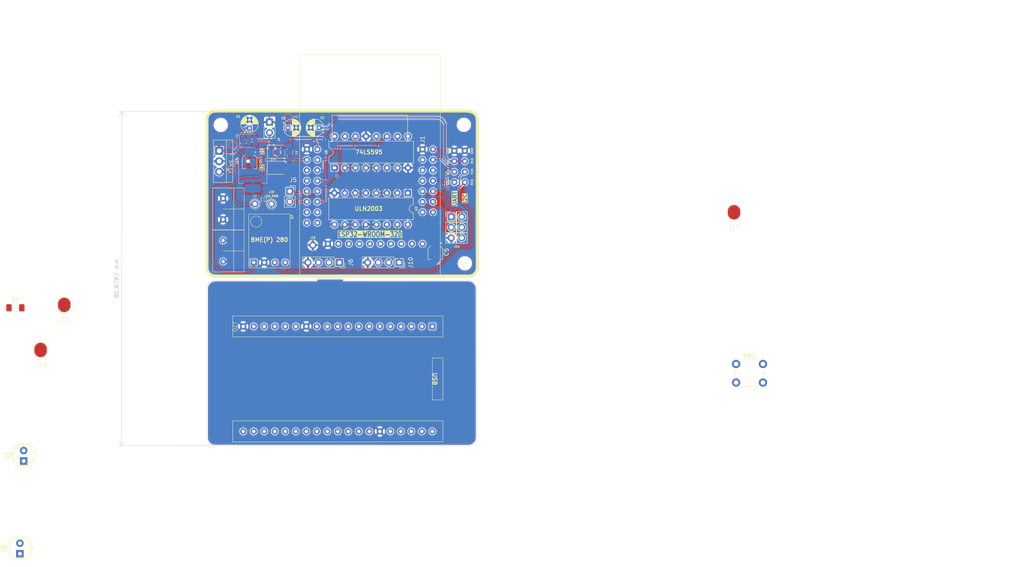
<source format=kicad_pcb>
(kicad_pcb (version 20240108) (generator "pcbnew") (generator_version "8.0")
  (layers (0 "F.Cu" signal) (31 "B.Cu" signal) (34 "B.Paste" user) (35 "F.Paste" user) (36 "B.SilkS" user "B.Silkscreen") (37 "F.SilkS" user "F.Silkscreen") (38 "B.Mask" user) (39 "F.Mask" user) (44 "Edge.Cuts" user))
  (net 0 "")
  (net 1 "GND")
  (net 2 "+3V3")
  (net 3 "+5V")
  (net 4 "/RXD")
  (net 5 "/TXD")
  (net 6 "/SDA")
  (net 7 "/OUT2")
  (net 8 "/SCL")
  (net 9 "/OUT1")
  (net 10 "/EN")
  (net 11 "/SOURCE2")
  (net 12 "/SOURCE1")
  (net 13 "/SOURCE3")
  (net 14 "/VDC")
  (net 15 "/DAC1")
  (net 16 "/DAC2")
  (net 17 "/GPIO13")
  (net 18 "/GPIO19")
  (net 19 "/GPIO17")
  (net 20 "/GPIO5")
  (net 21 "/GPIO18")
  (net 22 "/GPIO36")
  (net 23 "/ADC2_CH3")
  (net 24 "/SD_DATA1")
  (net 25 "/SD_DATA2")
  (net 26 "/SD_CLK")
  (net 27 "/SD_CMD")
  (net 28 "/SD_DATA3")
  (net 29 "/ADC2_CH0")
  (net 30 "/GPIO23")
  (net 31 "/SD_DATA0")
  (net 32 "/ADC2_CH2")
  (net 33 "/BOOT")
  (net 34 "/GPIO39")
  (net 35 "/SOURCE4")
  (net 36 "/SOURCE5")
  (net 37 "/SIPO_DATA")
  (net 38 "/SIPO_CLK")
  (net 40 "/SIPO_LATCH")
  (net 41 "/GPIO14")
  (net 43 "/I3")
  (net 44 "/I6")
  (net 45 "/I7")
  (net 46 "/I5")
  (net 47 "/OUT3")
  (net 48 "/VIN")
  (net 49 "/I1")
  (net 52 "Net-(D5-Pad1)")
  (net 53 "Net-(J15-Pin_1)")
  (net 54 "Net-(J19-Pin_1)")
  (net 55 "/GPIO_33")
  (footprint "Capacitor_THT:CP_Radial_D4.0mm_P2.00mm" (layer "F.Cu") (at 107 44.2 180)
    (property "Reference" "C2")
    (property "Value" "1uF")
  )
  (footprint "LED_SMD:LED_1210_3225Metric_Pad1.42x2.65mm_HandSolder" (layer "F.Cu") (at 96.9525 53.9)
    (property "Reference" "D2")
    (property "Value" "STATUS")
  )
  (footprint "Capacitor_SMD:CP_Elec_3x5.3" (layer "F.Cu") (at 90.2 52.3 -90)
    (property "Reference" "C4")
    (property "Value" "0.1uF")
  )
  (footprint "Resistor_SMD:R_1206_3216Metric_Pad1.30x1.75mm_HandSolder" (layer "F.Cu") (at 33.612 87.7585)
    (property "Reference" "R7")
    (property "Value" "4K7")
  )
  (footprint "LED_THT:LED_D5.0mm" (layer "F.Cu") (at 34.7 147.25 90)
    (property "Reference" "D6")
    (property "Value" "LED_STATUS")
  )
  (footprint "Button_Switch_THT:SW_PUSH_6mm" (layer "F.Cu") (at 207.8 101.35)
    (property "Reference" "SW1")
    (property "Value" "SW_Push")
  )
  (footprint "Alexander Footprint Library:Pad_1x01_P2.54_SMD" (layer "F.Cu") (at 39.712 102.098)
    (property "Reference" "J19")
    (property "Value" "LED_PWR")
  )
  (footprint "Alexander Footprints Library:ESP32-WROOM-Adapter-Socket-2" (layer "F.Cu") (at 119.3 57.04)
    (property "Reference" "J1")
    (property "Value" "~")
  )
  (footprint "Alexander Footprint Library:Pad_1x01_P2.54_SMD" (layer "F.Cu") (at 45.412 91.198)
    (property "Reference" "J15")
    (property "Value" "LED_PWR")
  )
  (footprint "MountingHole:MountingHole_3mm" (layer "F.Cu") (at 142 43.5)
    (property "Reference" "H1" (hide yes))
    (property "Value" "MountingHole_Pad")
  )
  (footprint "MountingHole:MountingHole_3mm" (layer "F.Cu") (at 83.25 43.53)
    (property "Reference" "H2" (hide yes))
    (property "Value" "MountingHole_Pad")
  )
  (footprint "Package_DIP:DIP-16_W7.62mm" (layer "F.Cu") (at 128.475 60 -90)
    (property "Reference" "U3")
    (property "Value" "ULN2003")
  )
  (footprint "Alexander Footprint Library:Conn_ESP32_WROOM-DevKit-38pins" (layer "F.Cu") (at 86.14 92.27 -90)
    (property "Reference" "J20")
    (property "Value" "~")
  )
  (footprint "Alexander Footprints Library:Conn_Terminal_5mm" (layer "F.Cu") (at 83.82 53.69)
    (property "Reference" "J9" (hide yes))
    (property "Value" "Conn_01x02_Socket")
  )
  (footprint "Alexander Footprint Library:Pad_1x01_P2.54_SMD" (layer "F.Cu") (at 207.3 68.7895)
    (property "Reference" "J17")
    (property "Value" "GND")
  )
  (footprint "Package_DIP:DIP-16_W7.62mm" (layer "F.Cu") (at 110.725 53.9 90)
    (property "Reference" "U5")
    (property "Value" "74LS595")
  )
  (footprint "Alexander Footprint Library:PinSocket_1x01_P2.54" (layer "F.Cu") (at 91.5 65.19)
    (property "Reference" "J7")
    (property "Value" "LED_PWR")
  )
  (footprint "Connector_PinSocket_2.54mm:PinSocket_1x02_P2.54mm_Vertical" (layer "F.Cu") (at 95.025 42.85)
    (property "Reference" "J2")
    (property "Value" "PWR")
  )
  (footprint "Connector_PinSocket_2.54mm:PinSocket_1x04_P2.54mm_Vertical" (layer "F.Cu") (at 111.94 76.8 -90)
    (property "Reference" "J6")
    (property "Value" "SOURCE")
  )
  (footprint "Connector_PinSocket_2.54mm:PinSocket_1x04_P2.54mm_Vertical" (layer "F.Cu") (at 126.38 76.8 -90)
    (property "Reference" "J10")
    (property "Value" "ADC")
  )
  (footprint "Capacitor_SMD:CP_Elec_3x5.3" (layer "F.Cu") (at 135.1 74.3 -90)
    (property "Reference" "C5")
    (property "Value" "0.1uF")
  )
  (footprint "Capacitor_THT:CP_Radial_D4.0mm_P2.00mm" (layer "F.Cu") (at 99.5 44.2)
    (property "Reference" "C3")
    (property "Value" "1uF")
  )
  (footprint "Alexander Footprint Library:PinSocket_1x01_P2.54" (layer "F.Cu") (at 95.5 65.19)
    (property "Reference" "J18")
    (property "Value" "LED_PWR")
  )
  (footprint "Connector_PinSocket_2.54mm:PinSocket_1x02_P2.54mm_Vertical" (layer "F.Cu") (at 99.925 59.55)
    (property "Reference" "J5")
    (property "Value" "DAC")
  )
  (footprint "Alexander Footprint Library:CONN_2x3" (layer "F.Cu") (at 138.96 60.68)
    (property "Reference" "J14")
    (property "Value" "GPIO")
  )
  (footprint "Alexander Footprints Library:Conn_UART" (layer "F.Cu") (at 139.7 42.15)
    (property "Reference" "J3" (hide yes))
    (property "Value" "UART")
  )
  (footprint "Alexander Footprint Library:PinSocket_1x01_P2.54" (layer "F.Cu") (at 105.5 75.19)
    (property "Reference" "J16")
    (property "Value" "GND")
  )
  (footprint "Capacitor_THT:CP_Radial_D4.0mm_P2.00mm" (layer "F.Cu") (at 90.2 44.3 90)
    (property "Reference" "C1")
    (property "Value" "1uF")
  )
  (footprint "Alexander Footprint Library:BME280_BMP280_I2C" (layer "F.Cu") (at 90 78.1 90)
    (property "Reference" "U7")
    (property "Value" "BME(P)280")
  )
  (footprint "Alexander Footprints Library:LD1117" (layer "F.Cu") (at 82.855 49.77 -90)
    (property "Reference" "U4")
    (property "Value" "L7805")
  )
  (footprint "Alexander Footprints Library:Conn_I2C" (layer "F.Cu") (at 142.24 42.15)
    (property "Reference" "J4" (hide yes))
    (property "Value" "I2C")
  )
  (footprint "LED_THT:LED_D5.0mm" (layer "F.Cu") (at 35.612 124.8335 90)
    (property "Reference" "D5")
    (property "Value" "LED_PWR")
  )
  (footprint "LED_SMD:LED_1210_3225Metric_Pad1.42x2.65mm_HandSolder" (layer "F.Cu") (at 97 50)
    (property "Reference" "D1")
    (property "Value" "PWR")
  )
  (footprint "MountingHole:MountingHole_3mm" (layer "F.Cu") (at 142.25 77)
    (property "Reference" "H4" (hide yes))
    (property "Value" "MountingHole_Pad")
  )
  (footprint "Alexander Footprints Library:Conn_Terminal_5mm" (layer "F.Cu") (at 83.82 63.85)
    (property "Reference" "J8" (hide yes))
    (property "Value" "Conn_01x02_Socket")
  )
  (footprint "TestPoint:TestPoint_Pad_D1.5mm" (layer "B.Cu") (at 99.5 41.75 180)
    (property "Reference" "TP4")
    (property "Value" "5V")
  )
  (footprint "TestPoint:TestPoint_Pad_D1.5mm" (layer "B.Cu") (at 96.8 50.15 180)
    (property "Reference" "TP3")
    (property "Value" "3V3")
  )
  (footprint "Resistor_SMD:R_1206_3216Metric_Pad1.30x1.75mm_HandSolder" (layer "B.Cu") (at 99.7 50.25 -90)
    (property "Reference" "R1")
    (property "Value" "10K")
  )
  (footprint "Diode_SMD:D_1210_3225Metric" (layer "B.Cu") (at 90.1 47.4)
    (property "Reference" "D4")
    (property "Value" "D")
  )
  (footprint "TestPoint:TestPoint_Pad_D1.5mm" (layer "B.Cu") (at 86.2 48.45 180)
    (property "Reference" "TP1")
    (property "Value" "VIN")
  )
  (footprint "TestPoint:TestPoint_Pad_D1.5mm" (layer "B.Cu") (at 85.9 54.15 180)
    (property "Reference" "TP2")
    (property "Value" "GND")
  )
  (footprint "Package_TO_SOT_SMD:SOT-223-3_TabPin2" (layer "B.Cu") (at 91 55.75 -90)
    (property "Reference" "U1")
    (property "Value" "MAX1726EUK33")
  )
  (gr_line (start 145.25 42.11421) (end 145.25 78.085782) (stroke (width 0.75)) (layer "F.SilkS"))
  (gr_line (start 81.914218 40.164218) (end 143.08579 40.164218) (stroke (width 0.75)) (layer "F.SilkS"))
  (gr_arc (start 145.25 78.085782) (mid 144.66422 79.500007) (end 143.25 80.085782) (stroke (width 0.75)) (layer "F.SilkS"))
  (gr_line (start 79.914218 42.11421) (end 79.914218 78.085782) (stroke (width 0.75)) (layer "F.SilkS"))
  (gr_arc (start 81.914218 80.085782) (mid 80.499999 79.500001) (end 79.914218 78.085782) (stroke (width 0.75)) (layer "F.SilkS"))
  (gr_arc (start 143.25 40.25) (mid 144.664214 40.835786) (end 145.25 42.25) (stroke (width 0.75)) (layer "F.SilkS"))
  (gr_arc (start 79.914218 42.164218) (mid 80.499999 40.749999) (end 81.914218 40.164218) (stroke (width 0.75)) (layer "F.SilkS"))
  (gr_line (start 81.914214 80.085782) (end 143.085786 80.085782) (stroke (width 0.75)) (layer "F.SilkS"))
  (gr_line (start 82.014214 80.235786) (end 106.4 80.25) (stroke (width 0.1)) (layer "Edge.Cuts"))
  (gr_line (start 80 42.25) (end 80.014214 78.235786) (stroke (width 0.1)) (layer "Edge.Cuts"))
  (gr_arc (start 79.921321 83.157107) (mid 80.507106 81.742896) (end 81.921321 81.157107) (stroke (width 0.1)) (layer "Edge.Cuts"))
  (gr_line (start 81.921321 121.128679) (end 143.107107 121.142893) (stroke (width 0.1)) (layer "Edge.Cuts"))
  (gr_arc (start 81.921321 121.128679) (mid 80.507101 120.542899) (end 79.921321 119.128679) (stroke (width 0.1)) (layer "Edge.Cuts"))
  (gr_line (start 143.092893 81.157107) (end 113 81.15) (stroke (width 0.1)) (layer "Edge.Cuts"))
  (gr_arc (start 145.107107 119.142893) (mid 144.521321 120.557107) (end 143.107107 121.142893) (stroke (width 0.1)) (layer "Edge.Cuts"))
  (gr_line (start 106.4 81.15) (end 81.921321 81.157107) (stroke (width 0.1)) (layer "Edge.Cuts"))
  (gr_arc (start 143.185786 40.264214) (mid 144.600004 40.849996) (end 145.185786 42.264214) (stroke (width 0.1)) (layer "Edge.Cuts"))
  (gr_line (start 113 80.25) (end 143.185786 80.235786) (stroke (width 0.1)) (layer "Edge.Cuts"))
  (gr_arc (start 82.014214 80.235786) (mid 80.599996 79.650004) (end 80.014214 78.235786) (stroke (width 0.1)) (layer "Edge.Cuts"))
  (gr_line (start 145.185786 42.264214) (end 145.185786 78.235786) (stroke (width 0.1)) (layer "Edge.Cuts"))
  (gr_arc (start 80 42.25) (mid 80.585786 40.835786) (end 82 40.25) (stroke (width 0.1)) (layer "Edge.Cuts"))
  (gr_line (start 145.107107 119.142893) (end 145.092893 83.157107) (stroke (width 0.1)) (layer "Edge.Cuts"))
  (gr_line (start 79.921321 119.128679) (end 79.921321 83.157107) (stroke (width 0.1)) (layer "Edge.Cuts"))
  (gr_line (start 106.4 81.15) (end 106.4 80.25) (stroke (width 0.1)) (layer "Edge.Cuts"))
  (gr_arc (start 145.185786 78.235786) (mid 144.600004 79.650004) (end 143.185786 80.235786) (stroke (width 0.1)) (layer "Edge.Cuts"))
  (gr_arc (start 143.092893 81.157107) (mid 144.507112 81.742888) (end 145.092893 83.157107) (stroke (width 0.1)) (layer "Edge.Cuts"))
  (gr_line (start 113 81.15) (end 113 80.25) (stroke (width 0.1)) (layer "Edge.Cuts"))
  (gr_line (start 143.185786 40.264214) (end 82 40.25) (stroke (width 0.1)) (layer "Edge.Cuts"))
  (gr_text "74LS595" (at 119.057143 50.1 0) (layer "F.SilkS") (effects (font (size 1 1) (thickness 0.2) (bold yes))))
  (gr_text "ULN2003" (at 115.5 64.374 0) (layer "F.SilkS") (effects (font (size 1 1) (thickness 0.2) (bold yes)) (justify left bottom)))
  (dimension (type aligned) (layer "Edge.Cuts") (pts (xy 81.921321 121.128679) (xy 82 40.25)) (height -22.6907) (gr_text "80.8787 mm" (at 58.119973 80.666146 89.94426182) (layer "Edge.Cuts") (effects (font (size 1 1) (thickness 0.15)))) (format (prefix "") (suffix "") (units 3) (units_format 1) (precision 4)) (style (thickness 0.1) (arrow_length 1.27) (text_position_mode 0) (extension_height 0.58642) (extension_offset 0.5) keep_text_aligned))
  (segment (start 84.21 66) (end 83.82 66.39) (width 0.5) (layer "F.Cu") (net 1))
  (segment (start 101.5 48.103553) (end 101.5 49.573223) (width 0.25) (layer "F.Cu") (net 2))
  (segment (start 105.575735 47.25) (end 102.353553 47.25) (width 0.25) (layer "F.Cu") (net 2))
  (segment (start 106.6 48.274264) (end 106.6 49.42) (width 0.25) (layer "F.Cu") (net 2))
  (segment (start 138.021593 51.871593) (end 137.93 51.78) (width 0.5) (layer "F.Cu") (net 2))
  (segment (start 108.946446 44.2) (end 107 44.2) (width 0.5) (layer "F.Cu") (net 2))
  (segment (start 109.8 43.346446) (end 109.8 43.15) (width 0.5) (layer "F.Cu") (net 2))
  (segment (start 137.4 50.500466) (end 137.4 43.627817) (width 0.5) (layer "F.Cu") (net 2))
  (segment (start 101.073223 50) (end 98.4875 50) (width 0.25) (layer "F.Cu") (net 2))
  (segment (start 139.08 52.31) (end 139.7 52.31) (width 0.5) (layer "F.Cu") (net 2))
  (segment (start 110.188908 42.211091) (end 110.225 42.175) (width 0.5) (layer "F.Cu") (net 2))
  (segment (start 135.522182 41.75) (end 111.25104 41.75) (width 0.5) (layer "F.Cu") (net 2))
  (arc (start 106.3 47.55) (mid 105.967704 47.327967) (end 105.575735 47.25) (width 0.25) (layer "F.Cu") (net 2))
  (arc (start 101.5 49.573223) (mid 101.467513 49.736543) (end 101.375 49.875) (width 0.25) (layer "F.Cu") (net 2))
  (arc (start 111.25104 41.75) (mid 110.695751 41.860453) (end 110.225 42.175) (width 0.5) (layer "F.Cu") (net 2))
  (arc (start 110.188908 42.211091) (mid 109.901073 42.641866) (end 109.8 43.15) (width 0.5) (layer "F.Cu") (net 2))
  (arc (start 138.021593 51.871593) (mid 138.507194 52.196061) (end 139.08 52.31) (width 0.5) (layer "F.Cu") (net 2))
  (arc (start 102.353553 47.25) (mid 102.026912 47.314972) (end 101.75 47.5) (width 0.25) (layer "F.Cu") (net 2))
  (arc (start 109.8 43.346446) (mid 109.735027 43.673087) (end 109.55 43.95) (width 0.5) (layer "F.Cu") (net 2))
  (arc (start 106.3 47.55) (mid 106.522032 47.882295) (end 106.6 48.274264) (width 0.25) (layer "F.Cu") (net 2))
  (arc (start 109.55 43.95) (mid 109.273087 44.135027) (end 108.946446 44.2) (width 0.5) (layer "F.Cu") (net 2))
  (arc (start 136.85 42.3) (mid 137.257059 42.909207) (end 137.4 43.627817) (width 0.5) (layer "F.Cu") (net 2))
  (arc (start 101.75 47.5) (mid 101.564972 47.776912) (end 101.5 48.103553) (width 0.25) (layer "F.Cu") (net 2))
  (arc (start 101.375 49.875) (mid 101.236543 49.967513) (end 101.073223 50) (width 0.25) (layer "F.Cu") (net 2))
  (arc (start 137.4 50.500466) (mid 137.537742 51.192944) (end 137.93 51.78) (width 0.5) (layer "F.Cu") (net 2))
  (arc (start 136.85 42.3) (mid 136.240792 41.89294) (end 135.522182 41.75) (width 0.5) (layer "F.Cu") (net 2))
  (segment (start 96.075 48.7) (end 97.525 48.7) (width 0.5) (layer "B.Cu") (net 2))
  (segment (start 109.408578 44.2) (end 107 44.2) (width 0.5) (layer "B.Cu") (net 2))
  (segment (start 81.3 75.997918) (end 81.3 59.75104) (width 0.5) (layer "B.Cu") (net 2))
  (segment (start 93.3 54.905025) (end 93.3 52.6) (width 0.5) (layer "B.Cu") (net 2))
  (segment (start 100 48.7) (end 100 48.03033) (width 0.5) (layer "B.Cu") (net 2))
  (segment (start 139.13 52.31) (end 139.7 52.31) (width 0.5) (layer "B.Cu") (net 2))
  (segment (start 138.156949 51.906949) (end 138.03 51.78) (width 0.5) (layer "B.Cu") (net 2))
  (segment (start 106.6 48.627817) (end 106.6 49.299791) (width 0.5) (layer "B.Cu") (net 2))
  (segment (start 84.202081 78.9) (end 89.990883 78.9) (width 0.5) (layer "B.Cu") (net 2))
  (segment (start 109.75 43.858578) (end 109.75 44.141421) (width 0.5) (layer "B.Cu") (net 2))
  (segment (start 104.722182 46.75) (end 106.277817 46.75) (width 0.5) (layer "B.Cu") (net 2))
  (segment (start 139.7 52.31) (end 142.24 52.31) (width 0.5) (layer "B.Cu") (net 2))
  (segment (start 137.5 50.500466) (end 137.5 43.883883) (width 0.5) (layer "B.Cu") (net 2))
  (segment (start 88.207106 62.75) (end 91.5 62.75) (width 0.5) (layer "B.Cu") (net 2))
  (segment (start 86.5 61.042893) (end 86.5 57.5) (width 0.5) (layer "B.Cu") (net 2))
  (segment (start 91.22 77.670883) (end 91.22 76.8) (width 0.5) (layer "B.Cu") (net 2))
  (segment (start 89.455634 56.1) (end 92.105025 56.1) (width 0.5) (layer "B.Cu") (net 2))
  (segment (start 96.075 48.7) (end 95.177817 48.7) (width 0.5) (layer "B.Cu") (net 2))
  (segment (start 104.722182 46.75) (end 101.28033 46.75) (width 0.5) (layer "B.Cu") (net 2))
  (segment (start 109.149999 46.149999) (end 109.201992 46.098007) (width 0.5) (layer "B.Cu") (net 2))
  (segment (start 96.8 49.425) (end 96.8 50.15) (width 0.25) (layer "B.Cu") (net 2))
  (segment (start 109.75 43.625) (end 109.75 43.858578) (width 0.5) (layer "B.Cu") (net 2))
  (segment (start 106.277817 46.75) (end 107.701471 46.75) (width 0.5) (layer "B.Cu") (net 2))
  (segment (start 110.015165 42.984834) (end 110.5 42.5) (width 0.5) (layer "B.Cu") (net 2))
  (segment (start 93.3 52.6) (end 93.3 50.577817) (width 0.5) (layer "B.Cu") (net 2))
  (segment (start 82.75104 58.3) (end 84.144365 58.3) (width 0.5) (layer "B.Cu") (net 2))
  (segment (start 106.685 49.335) (end 106.77 49.25) (width 0.5) (layer "B.Cu") (net 2))
  (segment (start 109.75 44.775) (end 109.75 44.141421) (width 0.5) (layer "B.Cu") (net 2))
  (segment (start 112.31066 41.75) (end 135.366116 41.75) (width 0.5) (layer "B.Cu") (net 2))
  (segment (start 100 48.7) (end 97.525 48.7) (width 0.5) (layer "B.Cu") (net 2))
  (arc (start 136.875 42.375) (mid 137.337567 43.067281) (end 137.5 43.883883) (width 0.5) (layer "B.Cu") (net 2))
  (arc (start 137.5 50.500466) (mid 137.637742 51.192944) (end 138.03 51.78) (width 0.5) (layer "B.Cu") (net 2))
  (arc (start 93.3 54.905025) (mid 93.209037 55.362322) (end 92.95 55.75) (width 0.5) (layer "B.Cu") (net 2))
  (arc (start 86.8 57.2) (mid 85.581584 58.014119) (end 84.144365 58.3) (width 0.5) (layer "B.Cu") (net 2))
  (arc (start 106.6 49.299791) (mid 106.630737 49.345793) (end 106.685 49.335) (width 0.5) (layer "B.Cu") (net 2))
  (arc (start 89.455634 56.1) (mid 88.018415 56.38588) (end 86.8 57.2) (width 0.5) (layer "B.Cu") (net 2))
  (arc (start 86.5 61.042893) (mid 86.629945 61.696174) (end 87 62.25) (width 0.5) (layer "B.Cu") (net 2))
  (arc (start 82.75104 58.3) (mid 82.195751 58.410453) (end 81.725 58.725) (width 0.5) (layer "B.Cu") (net 2))
  (arc (start 92.95 55.75) (mid 92.562322 56.009037) (end 92.105025 56.1) (width 0.5) (layer "B.Cu") (net 2))
  (arc (start 95.177817 48.7) (mid 94.459207 48.84294) (end 93.85 49.25) (width 0.5) (layer "B.Cu") (net 2))
  (arc (start 96.8 49.425) (mid 96.587652 48.912347) (end 96.075 48.7) (width 0.25) (layer "B.Cu") (net 2))
  (arc (start 82.15 78.05) (mid 83.091502 78.679092) (end 84.202081 78.9) (width 0.5) (layer "B.Cu") (net 2))
  (arc (start 110.015165 42.984834) (mid 109.818914 43.278544) (end 109.75 43.625) (width 0.5) (layer "B.Cu") (net 2))
  (arc (start 109.75 44.141421) (mid 109.713838 44.087301) (end 109.65 44.1) (width 0.5) (layer "B.Cu") (net 2))
  (arc (start 136.875 42.375) (mid 136.182718 41.912432) (end 135.366116 41.75) (width 0.5) (layer "B.Cu") (net 2))
  (arc (start 93.85 49.25) (mid 93.44294 49.859207) (end 93.3 50.577817) (width 0.5) (layer "B.Cu") (net 2))
  (arc (start 90.86 78.54) (mid 90.461245 78.806439) (end 89.990883 78.9) (width 0.5) (layer "B.Cu") (net 2))
  (arc (start 109.65 44.1) (mid 109.539234 44.17401) (end 109.408578 44.2) (width 0.5) (layer "B.Cu") (net 2))
  (arc (start 87 62.25) (mid 87.553825 62.620054) (end 88.207106 62.75) (width 0.5) (layer "B.Cu") (net 2))
  (arc (start 81.725 58.725) (mid 81.410453 59.195751) (end 81.3 59.75104) (width 0.5) (layer "B.Cu") (net 2))
  (arc (start 106.05 47.3) (mid 105.440792 46.89294) (end 104.722182 46.75) (width 0.5) (layer "B.Cu") (net 2))
  (arc (start 138.156949 51.906949) (mid 138.603388 52.20525) (end 139.13 52.31) (width 0.5) (layer "B.Cu") (net 2))
  (arc (start 101.28033 46.75) (mid 100.790368 46.847459) (end 100.375 47.125) (width 0.5) (layer "B.Cu") (net 2))
  (arc (start 106.05 47.3) (mid 106.457059 47.909207) (end 106.6 48.627817) (width 0.5) (layer "B.Cu") (net 2))
  (arc (start 106.277817 46.75) (mid 105.980159 46.948888) (end 106.05 47.3) (width 0.5) (layer "B.Cu") (net 2))
  (arc (start 91.22 77.670883) (mid 91.126439 78.141245) (end 90.86 78.54) (width 0.5) (layer "B.Cu") (net 2))
  (arc (start 109.75 44.775) (mid 109.607577 45.491006) (end 109.201992 46.098007) (width 0.5) (layer "B.Cu") (net 2))
  (arc (start 109.65 44.1) (mid 109.72401 43.989234) (end 109.75 43.858578) (width 0.5) (layer "B.Cu") (net 2))
  (arc (start 112.31066 41.75) (mid 111.330737 41.944918) (end 110.5 42.5) (width 0.5) (layer "B.Cu") (net 2))
  (arc (start 100.375 47.125) (mid 100.097459 47.540368) (end 100 48.03033) (width 0.5) (layer "B.Cu") (net 2))
  (arc (start 109.149999 46.149999) (mid 108.485409 46.594064) (end 107.701471 46.75) (width 0.5) (layer "B.Cu") (net 2))
  (arc (start 81.3 75.997918) (mid 81.520907 77.108496) (end 82.15 78.05) (width 0.5) (layer "B.Cu") (net 2))
  (segment (start 99.5 45.693413) (end 99.5 44.2) (width 0.5) (layer "F.Cu") (net 3))
  (segment (start 110.512652 48.95) (end 109.487347 48.95) (width 0.5) (layer "F.Cu") (net 3))
  (segment (start 98.6375 46.9625) (end 99.2125 46.3875) (width 0.5) (layer "F.Cu") (net 3))
  (segment (start 110.725 47.712347) (end 110.725 46.28) (width 0.5) (layer "F.Cu") (net 3))
  (segment (start 125.341906 48.95) (end 110.512652 48.95) (width 0.5) (layer "F.Cu") (net 3))
  (segment (start 108.3 49.803553) (end 108.3 65.537329) (width 0.5) (layer "F.Cu") (net 3))
  (segment (start 84.648959 54.85) (end 82.855 54.85) (width 0.5) (layer "F.Cu") (net 3))
  (segment (start 108.3 49.803553) (end 108.3 49.096446) (width 0.5) (layer "F.Cu") (net 3))
  (segment (start 91.306675 47.25) (end 97.943413 47.25) (width 0.5) (layer "F.Cu") (net 3))
  (segment (start 86.1 52.15) (end 86.1 53.398959) (width 0.5) (layer "F.Cu") (net 3))
  (segment (start 107.608621 46.675) (end 99.331586 46.675) (width 0.5) (layer "F.Cu") (net 3))
  (segment (start 108.3 49.096446) (end 108.3 47.366378) (width 0.5) (layer "F.Cu") (net 3))
  (segment (start 109.104574 67.204574) (end 108.91 67.01) (width 0.5) (layer "F.Cu") (net 3))
  (segment (start 110.1075 67.62) (end 110.695 67.62) (width 0.5) (layer "F.Cu") (net 3))
  (segment (start 87.408147 48.991852) (end 87.625 48.775) (width 0.5) (layer "F.Cu") (net 3))
  (segment (start 125.965 48.326906) (end 125.965 46.28) (width 0.5) (layer "F.Cu") (net 3))
  (segment (start 109.487347 48.95) (end 109.153553 48.95) (width 0.5) (layer "F.Cu") (net 3))
  (arc (start 108.0975 46.8775) (mid 108.247371 47.101799) (end 108.3 47.366378) (width 0.5) (layer "F.Cu") (net 3))
  (arc (start 108.3 65.537329) (mid 108.458533 66.334332) (end 108.91 67.01) (width 0.5) (layer "F.Cu") (net 3))
  (arc (start 109.487347 48.95) (mid 109.960976 48.855789) (end 110.3625 48.5875) (width 0.5) (layer "F.Cu") (net 3))
  (arc (start 99.2125 46.3875) (mid 99.175992 46.571035) (end 99.331586 46.675) (width 0.5) (layer "F.Cu") (net 3))
  (arc (start 108.0975 46.8775) (mid 107.8732 46.727628) (end 107.608621 46.675) (width 0.5) (layer "F.Cu") (net 3))
  (arc (start 86.1 53.398959) (mid 85.989546 53.954248) (end 85.675 54.425) (width 0.5) (layer "F.Cu") (net 3))
  (arc (start 109.104574 67.204574) (mid 109.56472 67.512034) (end 110.1075 67.62) (width 0.5) (layer "F.Cu") (net 3))
  (arc (start 108.55 49.2) (mid 108.364972 49.476912) (end 108.3 49.803553) (width 0.5) (layer "F.Cu") (net 3))
  (arc (start 87.408147 48.991852) (mid 86.439976 50.440822) (end 86.1 52.15) (width 0.5) (layer "F.Cu") (net 3))
  (arc (start 85.675 54.425) (mid 85.204248 54.739546) (end 84.648959 54.85) (width 0.5) (layer "F.Cu") (net 3))
  (arc (start 110.3625 48.5875) (mid 110.316468 48.818914) (end 110.512652 48.95) (width 0.5) (layer "F.Cu") (net 3))
  (arc (start 98.6375 46.9625) (mid 98.31905 47.175281) (end 97.943413 47.25) (width 0.5) (layer "F.Cu") (net 3))
  (arc (start 110.725 47.712347) (mid 110.630789 48.185976) (end 110.3625 48.5875) (width 0.5) (layer "F.Cu") (net 3))
  (arc (start 108.3 49.096446) (mid 108.390403 49.231745) (end 108.55 49.2) (width 0.5) (layer "F.Cu") (net 3))
  (arc (start 91.306675 47.25) (mid 89.314166 47.646334) (end 87.625 48.775) (width 0.5) (layer "F.Cu") (net 3))
  (arc (start 109.153553 48.95) (mid 108.826912 49.014972) (end 108.55 49.2) (width 0.5) (layer "F.Cu") (net 3))
  (arc (start 99.331586 46.675) (mid 98.955949 46.749718) (end 98.6375 46.9625) (width 0.5) (layer "F.Cu") (net 3))
  (arc (start 125.7825 48.7675) (mid 125.580353 48.902569) (end 125.341906 48.95) (width 0.5) (layer "F.Cu") (net 3))
  (arc (start 99.5 45.693413) (mid 99.425281 46.06905) (end 99.2125 46.3875) (width 0.5) (layer "F.Cu") (net 3))
  (arc (start 125.965 48.326906) (mid 125.917569 48.565353) (end 125.7825 48.7675) (width 0.5) (layer "F.Cu") (net 3))
  (segment (start 99.5 42.25) (end 99.5 44.2) (width 0.25) (layer "B.Cu") (net 3))
  (segment (start 139.7 57.35) (end 139.7 57.39) (width 0.25) (layer "F.Cu") (net 4))
  (segment (start 133.25 53.25) (end 135.6 53.25) (width 0.25) (layer "F.Cu") (net 4))
  (segment (start 135.6 53.25) (end 139.7 57.35) (width 0.25) (layer "F.Cu") (net 4))
  (segment (start 132 54.5) (end 133.25 53.25) (width 0.25) (layer "F.Cu") (net 4))
  (segment (start 140.3 57.45) (end 139.3 57.45) (width 0.25) (layer "F.Cu") (net 4))
  (segment (start 136.61 51.96) (end 134.54 51.96) (width 0.25) (layer "F.Cu") (net 5))
  (segment (start 134.74 51.79) (end 134.62 51.91) (width 0.25) (layer "F.Cu") (net 5))
  (segment (start 139.5 54.85) (end 136.61 51.96) (width 0.25) (layer "F.Cu") (net 5))
  (segment (start 139.7 54.85) (end 139.5 54.85) (width 0.25) (layer "F.Cu") (net 5))
  (segment (start 138.59 58.55) (end 140.4 58.55) (width 0.25) (layer "F.Cu") (net 6))
  (segment (start 136.213604 54.5) (end 138 56.286396) (width 0.25) (layer "F.Cu") (net 6))
  (segment (start 138 57.96) (end 138.59 58.55) (width 0.25) (layer "F.Cu") (net 6))
  (segment (start 140.9 56.19) (end 142.24 54.85) (width 0.25) (layer "F.Cu") (net 6))
  (segment (start 140.9 58.05) (end 140.9 56.19) (width 0.25) (layer "F.Cu") (net 6))
  (segment (start 134.54 54.5) (end 136.213604 54.5) (width 0.25) (layer "F.Cu") (net 6))
  (segment (start 138 56.286396) (end 138 57.96) (width 0.25) (layer "F.Cu") (net 6))
  (segment (start 142.24 54.85) (end 142.24 55.51) (width 0.25) (layer "F.Cu") (net 6))
  (segment (start 140.4 58.55) (end 140.9 58.05) (width 0.25) (layer "F.Cu") (net 6))
  (segment (start 99.75 78.65) (end 134.55 78.65) (width 0.25) (layer "B.Cu") (net 6))
  (segment (start 141 61.9) (end 141 56.09) (width 0.25) (layer "B.Cu") (net 6))
  (segment (start 134.55 78.65) (end 140.418198 72.781802) (width 0.25) (layer "B.Cu") (net 6))
  (segment (start 143.55 64.45) (end 141 61.9) (width 0.25) (layer "B.Cu") (net 6))
  (segment (start 98.84 76.8) (end 98.84 77.74) (width 0.25) (layer "B.Cu") (net 6))
  (segment (start 143.281802 72.781802) (end 143.55 72.513604) (width 0.25) (layer "B.Cu") (net 6))
  (segment (start 143.55 72.513604) (end 143.55 64.45) (width 0.25) (layer "B.Cu") (net 6))
  (segment (start 140.418198 72.781802) (end 143.281802 72.781802) (width 0.25) (layer "B.Cu") (net 6))
  (segment (start 141 56.09) (end 142.24 54.85) (width 0.25) (layer "B.Cu") (net 6))
  (segment (start 98.84 77.74) (end 99.75 78.65) (width 0.25) (layer "B.Cu") (net 6))
  (segment (start 137.55 58.146396) (end 138.403604 59) (width 0.25) (layer "F.Cu") (net 8))
  (segment (start 131.5 55.75) (end 136.75 55.75) (width 0.25) (layer "F.Cu") (net 8))
  (segment (start 140.63 59) (end 142.24 57.39) (width 0.25) (layer "F.Cu") (net 8))
  (segment (start 136.75 55.75) (end 137.55 56.55) (width 0.25) (layer "F.Cu") (net 8))
  (segment (start 137.55 56.55) (end 137.55 58.146396) (width 0.25) (layer "F.Cu") (net 8))
  (segment (start 130.745 54.995) (end 131.5 55.75) (width 0.25) (layer "F.Cu") (net 8))
  (segment (start 130.745 53.245) (end 130.745 54.995) (width 0.25) (layer "F.Cu") (net 8))
  (segment (start 132.08 51.91) (end 130.745 53.245) (width 0.25) (layer "F.Cu") (net 8))
  (segment (start 138.403604 59) (end 140.63 59) (width 0.25) (layer "F.Cu") (net 8))
  (segment (start 134.8 79.1) (end 140.6 73.3) (width 0.25) (layer "B.Cu") (net 8))
  (segment (start 96.3 76.8) (end 96.3 77.7) (width 0.25) (layer "B.Cu") (net 8))
  (segment (start 144 72.7) (end 144 64.263604) (width 0.25) (layer "B.Cu") (net 8))
  (segment (start 96.3 77.7) (end 97.7 79.1) (width 0.25) (layer "B.Cu") (net 8))
  (segment (start 142.24 62.503604) (end 142.24 57.39) (width 0.25) (layer "B.Cu") (net 8))
  (segment (start 144 64.263604) (end 142.24 62.503604) (width 0.25) (layer "B.Cu") (net 8))
  (segment (start 143.4 73.3) (end 144 72.7) (width 0.25) (layer "B.Cu") (net 8))
  (segment (start 140.6 73.3) (end 143.4 73.3) (width 0.25) (layer "B.Cu") (net 8))
  (segment (start 97.7 79.1) (end 134.8 79.1) (width 0.25) (layer "B.Cu") (net 8))
  (segment (start 93.21 51.96) (end 92.05 50.8) (width 0.25) (layer "F.Cu") (net 10))
  (segment (start 104.06 51.96) (end 93.21 51.96) (width 0.25) (layer "F.Cu") (net 10))
  (segment (start 92.05 50.8) (end 90.2 50.8) (width 0.25) (layer "F.Cu") (net 10))
  (segment (start 103.72 52.3) (end 104.06 51.96) (width 0.25) (layer "F.Cu") (net 10))
  (segment (start 100 51.8) (end 103.9 51.8) (width 0.25) (layer "B.Cu") (net 10))
  (segment (start 103.9 51.8) (end 104.06 51.96) (width 0.25) (layer "B.Cu") (net 10))
  (segment (start 113.235 67.62) (end 115.775 67.62) (width 0.5) (layer "F.Cu") (net 11))
  (segment (start 99 73.1) (end 102.7 69.4) (width 0.5) (layer "F.Cu") (net 11))
  (segment (start 86.37 71.47) (end 88 73.1) (width 0.5) (layer "F.Cu") (net 11))
  (segment (start 102.7 69.4) (end 111.455 69.4) (width 0.5) (layer "F.Cu") (net 11))
  (segment (start 88 73.1) (end 99 73.1) (width 0.5) (layer "F.Cu") (net 11))
  (segment (start 83.82 71.47) (end 86.37 71.47) (width 0.5) (layer "F.Cu") (net 11))
  (segment (start 111.455 69.4) (end 113.235 67.62) (width 0.5) (layer "F.Cu") (net 11))
  (segment (start 86.275 76.55) (end 88.075 74.75) (width 0.5) (layer "F.Cu") (net 12))
  (segment (start 104.4 70.1) (end 115.835 70.1) (width 0.5) (layer "F.Cu") (net 12))
  (segment (start 99.75 74.75) (end 104.4 70.1) (width 0.5) (layer "F.Cu") (net 12))
  (segment (start 118.315 67.62) (end 120.855 67.62) (width 0.5) (layer "F.Cu") (net 12))
  (segment (start 83.82 76.55) (end 86.275 76.55) (width 0.5) (layer "F.Cu") (net 12))
  (segment (start 115.835 70.1) (end 118.315 67.62) (width 0.5) (layer "F.Cu") (net 12))
  (segment (start 88.075 74.75) (end 99.75 74.75) (width 0.5) (layer "F.Cu") (net 12))
  (segment (start 128.475 67.62) (end 128.475 68.825) (width 0.25) (layer "F.Cu") (net 13))
  (segment (start 125.7 72.8) (end 124.55 73.95) (width 0.25) (layer "F.Cu") (net 13))
  (segment (start 111.94 75.26) (end 111.94 76.8) (width 0.25) (layer "F.Cu") (net 13))
  (segment (start 124.55 73.95) (end 118.622792 73.95) (width 0.25) (layer "F.Cu") (net 13))
  (segment (start 128.475 68.825) (end 125.7 71.6) (width 0.25) (layer "F.Cu") (net 13))
  (segment (start 125.7 71.6) (end 125.7 72.8) (width 0.25) (layer "F.Cu") (net 13))
  (segment (start 117.872792 74.7) (end 112.5 74.7) (width 0.25) (layer "F.Cu") (net 13))
  (segment (start 112.5 74.7) (end 111.94 75.26) (width 0.25) (layer "F.Cu") (net 13))
  (segment (start 118.622792 73.95) (end 117.872792 74.7) (width 0.25) (layer "F.Cu") (net 13))
  (segment (start 95.025 46.674479) (end 95.025 45.39) (width 0.5) (layer "B.Cu") (net 14))
  (segment (start 94.299479 47.4) (end 91.5 47.4) (width 0.5) (layer "B.Cu") (net 14))
  (arc (start 95.025 46.674479) (mid 94.969773 46.952124) (end 94.8125 47.1875) (width 0.5) (layer "B.Cu") (net 14))
  (arc (start 94.8125 47.1875) (mid 94.577124 47.344773) (end 94.299479 47.4) (width 0.5) (layer "B.Cu") (net 14))
  (segment (start 105.38 60.8) (end 103.1 60.8) (width 0.25) (layer "B.Cu") (net 15))
  (segment (start 106.6 59.58) (end 105.38 60.8) (width 0.25) (layer "B.Cu") (net 15))
  (segment (start 103.1 60.8) (end 101.85 59.55) (width 0.25) (layer "B.Cu") (net 15))
  (segment (start 101.85 59.55) (end 99.925 59.55) (width 0.25) (layer "B.Cu") (net 15))
  (segment (start 104.06 62.12) (end 99.955 62.12) (width 0.25) (layer "B.Cu") (net 16))
  (segment (start 104.03 62.09) (end 104.06 62.12) (width 0.25) (layer "B.Cu") (net 16))
  (segment (start 99.955 62.12) (end 99.925 62.09) (width 0.25) (layer "B.Cu") (net 16))
  (segment (start 138.5 63.1) (end 138.5 61.727208) (width 0.25) (layer "B.Cu") (net 18))
  (segment (start 137.5 60.727208) (end 137.5 57.8) (width 0.25) (layer "B.Cu") (net 18))
  (segment (start 138.5 61.727208) (end 137.5 60.727208) (width 0.25) (layer "B.Cu") (net 18))
  (segment (start 140.2 67) (end 140.2 64.8) (width 0.25) (layer "B.Cu") (net 18))
  (segment (start 141.5 68.3) (end 140.2 67) (width 0.25) (layer "B.Cu") (net 18))
  (segment (start 136.69 56.99) (end 134.62 56.99) (width 0.25) (layer "B.Cu") (net 18))
  (segment (start 140.2 64.8) (end 138.5 63.1) (width 0.25) (layer "B.Cu") (net 18))
  (segment (start 137.5 57.8) (end 136.69 56.99) (width 0.25) (layer "B.Cu") (net 18))
  (segment (start 141.5 70.84) (end 140.16 69.5) (width 0.25) (layer "B.Cu") (net 19))
  (segment (start 137.7 69.5) (end 137.1 68.9) (width 0.25) (layer "B.Cu") (net 19))
  (segment (start 140.16 69.5) (end 137.7 69.5) (width 0.25) (layer "B.Cu") (net 19))
  (segment (start 137.1 68.9) (end 137.1 63.84) (width 0.25) (layer "B.Cu") (net 19))
  (segment (start 133.41 63.4) (end 132.08 62.07) (width 0.25) (layer "B.Cu") (net 19))
  (segment (start 137.1 63.84) (end 136.66 63.4) (width 0.25) (layer "B.Cu") (net 19))
  (segment (start 136.66 63.4) (end 133.41 63.4) (width 0.25) (layer "B.Cu") (net 19))
  (segment (start 138.05 61.913604) (end 137.05 60.913604) (width 0.25) (layer "B.Cu") (net 20))
  (segment (start 137.05 60.913604) (end 137.05 59.95) (width 0.25) (layer "B.Cu") (net 20))
  (segment (start 136.63 59.53) (end 134.62 59.53) (width 0.25) (layer "B.Cu") (net 20))
  (segment (start 138.96 65.76) (end 138.96 64.196396) (width 0.25) (layer "B.Cu") (net 20))
  (segment (start 138.96 64.196396) (end 138.05 63.286396) (width 0.25) (layer "B.Cu") (net 20))
  (segment (start 138.05 63.286396) (end 138.05 61.913604) (width 0.25) (layer "B.Cu") (net 20))
  (segment (start 137.05 59.95) (end 136.63 59.53) (width 0.25) (layer "B.Cu") (net 20))
  (segment (start 138.96 68.3) (end 137.6 66.94) (width 0.25) (layer "B.Cu") (net 21))
  (segment (start 136.3 60.8) (end 133.35 60.8) (width 0.25) (layer "B.Cu") (net 21))
  (segment (start 137.6 66.94) (end 137.6 62.1) (width 0.25) (layer "B.Cu") (net 21))
  (segment (start 137.6 62.1) (end 136.3 60.8) (width 0.25) (layer "B.Cu") (net 21))
  (segment (start 133.35 60.8) (end 132.08 59.53) (width 0.25) (layer "B.Cu") (net 21))
  (segment (start 128.85 74.05) (end 129.46 73.44) (width 0.25) (layer "F.Cu") (net 23))
  (segment (start 125.722792 74.05) (end 128.85 74.05) (width 0.25) (layer "F.Cu") (net 23))
  (segment (start 129.46 73.44) (end 129.46 72.28) (width 0.25) (layer "F.Cu") (net 23))
  (segment (start 123.84 76.8) (end 123.84 75.56) (width 0.25) (layer "F.Cu") (net 23))
  (segment (start 123.84 75.56) (end 124.55 74.85) (width 0.25) (layer "F.Cu") (net 23))
  (segment (start 124.922792 74.85) (end 125.722792 74.05) (width 0.25) (layer "F.Cu") (net 23))
  (segment (start 124.55 74.85) (end 124.922792 74.85) (width 0.25) (layer "F.Cu") (net 23))
  (segment (start 121.3 75.2) (end 122.1 74.4) (width 0.25) (layer "F.Cu") (net 29))
  (segment (start 124.736396 74.4) (end 125.536396 73.6) (width 0.25) (layer "F.Cu") (net 29))
  (segment (start 125.536396 73.6) (end 127.5 73.6) (width 0.25) (layer "F.Cu") (net 29))
  (segment (start 132 67.2) (end 132 64.66) (width 0.25) (layer "F.Cu") (net 29))
  (segment (start 127.5 73.6) (end 128.2 72.9) (width 0.25) (layer "F.Cu") (net 29))
  (segment (start 128.2 71) (end 132 67.2) (width 0.25) (layer "F.Cu") (net 29))
  (segment (start 122.1 74.4) (end 124.736396 74.4) (width 0.25) (layer "F.Cu") (net 29))
  (segment (start 128.2 72.9) (end 128.2 71) (width 0.25) (layer "F.Cu") (net 29))
  (segment (start 121.3 76.8) (end 121.3 75.2) (width 0.25) (layer "F.Cu") (net 29))
  (segment (start 138.95 61.540812) (end 137.95 60.540812) (width 0.25) (layer "B.Cu") (net 30))
  (segment (start 136.4 51.7) (end 136.4 49.9) (width 0.25) (layer "B.Cu") (net 30))
  (segment (start 135.92 49.42) (end 134.54 49.42) (width 0.25) (layer "B.Cu") (net 30))
  (segment (start 138.95 62.913604) (end 138.95 61.540812) (width 0.25) (layer "B.Cu") (net 30))
  (segment (start 135.1 49.85) (end 134.62 49.37) (width 0.25) (layer "B.Cu") (net 30))
  (segment (start 137.95 60.540812) (end 137.95 53.25) (width 0.25) (layer "B.Cu") (net 30))
  (segment (start 141.1 63.9) (end 139.936396 63.9) (width 0.25) (layer "B.Cu") (net 30))
  (segment (start 141.5 64.3) (end 141.1 63.9) (width 0.25) (layer "B.Cu") (net 30))
  (segment (start 141.5 65.76) (end 141.5 64.3) (width 0.25) (layer "B.Cu") (net 30))
  (segment (start 137.95 53.25) (end 136.4 51.7) (width 0.25) (layer "B.Cu") (net 30))
  (segment (start 139.936396 63.9) (end 138.95 62.913604) (width 0.25) (layer "B.Cu") (net 30))
  (segment (start 136.4 49.9) (end 135.92 49.42) (width 0.25) (layer "B.Cu") (net 30))
  (segment (start 126.38 75.12) (end 127 74.5) (width 0.25) (layer "F.Cu") (net 32))
  (segment (start 132 73.9) (end 132 72.28) (width 0.25) (layer "F.Cu") (net 32))
  (segment (start 127 74.5) (end 131.4 74.5) (width 0.25) (layer "F.Cu") (net 32))
  (segment (start 131.4 74.5) (end 132 73.9) (width 0.25) (layer "F.Cu") (net 32))
  (segment (start 126.38 76.8) (end 126.38 75.12) (width 0.25) (layer "F.Cu") (net 32))
  (segment (start 134.77 64.89) (end 134.54 64.66) (width 0.25) (layer "F.Cu") (net 33))
  (segment (start 134.54 65.84) (end 135.1 66.4) (width 0.25) (layer "F.Cu") (net 33))
  (segment (start 135.1 66.4) (end 135.1 72.8) (width 0.25) (layer "F.Cu") (net 33))
  (segment (start 134.5 64.7) (end 134.54 64.66) (width 0.25) (layer "F.Cu") (net 33))
  (segment (start 134.54 64.66) (end 134.54 65.84) (width 0.25) (layer "F.Cu") (net 33))
  (segment (start 125.935 67.62) (end 125.935 68.865) (width 0.25) (layer "F.Cu") (net 35))
  (segment (start 117.686396 74.25) (end 110.25 74.25) (width 0.25) (layer "F.Cu") (net 35))
  (segment (start 118.436396 73.5) (end 117.686396 74.25) (width 0.25) (layer "F.Cu") (net 35))
  (segment (start 109.4 75.1) (end 109.4 76.8) (width 0.25) (layer "F.Cu") (net 35))
  (segment (start 125.935 68.865) (end 123.2 71.6) (width 0.25) (layer "F.Cu") (net 35))
  (segment (start 123.2 72.7) (end 122.4 73.5) (width 0.25) (layer "F.Cu") (net 35))
  (segment (start 123.2 71.6) (end 123.2 72.7) (width 0.25) (layer "F.Cu") (net 35))
  (segment (start 122.4 73.5) (end 118.436396 73.5) (width 0.25) (layer "F.Cu") (net 35))
  (segment (start 110.25 74.25) (end 109.4 75.1) (width 0.25) (layer "F.Cu") (net 35))
  (segment (start 123.395 69.405) (end 121.9 70.9) (width 0.25) (layer "F.Cu") (net 36))
  (segment (start 118.1 73.2) (end 117.5 73.8) (width 0.25) (layer "F.Cu") (net 36))
  (segment (start 106.86 74.84) (end 106.86 76.8) (width 0.25) (layer "F.Cu") (net 36))
  (segment (start 121.9 70.9) (end 118.7 70.9) (width 0.25) (layer "F.Cu") (net 36))
  (segment (start 118.1 71.5) (end 118.1 73.2) (width 0.25) (layer "F.Cu") (net 36))
  (segment (start 123.395 67.62) (end 123.395 69.405) (width 0.25) (layer "F.Cu") (net 36))
  (segment (start 107.9 73.8) (end 106.86 74.84) (width 0.25) (layer "F.Cu") (net 36))
  (segment (start 118.7 70.9) (end 118.1 71.5) (width 0.25) (layer "F.Cu") (net 36))
  (segment (start 117.5 73.8) (end 107.9 73.8) (width 0.25) (layer "F.Cu") (net 36))
  (segment (start 108.2 52.25) (end 112.25 48.2) (width 0.25) (layer "B.Cu") (net 37))
  (segment (start 108.2 54.25) (end 108.2 52.25) (width 0.25) (layer "B.Cu") (net 37))
  (segment (start 115.1 48.2) (end 115.805 47.495) (width 0.25) (layer "B.Cu") (net 37))
  (segment (start 106.6 54.5) (end 107.95 54.5) (width 0.25) (layer "B.Cu") (net 37))
  (segment (start 112.25 48.2) (end 115.1 48.2) (width 0.25) (layer "B.Cu") (net 37))
  (segment (start 115.805 47.495) (end 115.805 46.28) (width 0.25) (layer "B.Cu") (net 37))
  (segment (start 107.95 54.5) (end 108.2 54.25) (width 0.25) (layer "B.Cu") (net 37))
  (segment (start 108.23 62.12) (end 108.5 61.85) (width 0.25) (layer "B.Cu") (net 38))
  (segment (start 108.5 61.85) (end 108.5 58.75) (width 0.25) (layer "B.Cu") (net 38))
  (segment (start 112 55.25) (end 112 49.75) (width 0.25) (layer "B.Cu") (net 38))
  (segment (start 121.005 48.7) (end 123.425 46.28) (width 0.25) (layer "B.Cu") (net 38))
  (segment (start 108.5 58.75) (end 112 55.25) (width 0.25) (layer "B.Cu") (net 38))
  (segment (start 115.886396 48.7) (end 121.005 48.7) (width 0.25) (layer "B.Cu") (net 38))
  (segment (start 115.386396 49.2) (end 115.886396 48.7) (width 0.25) (layer "B.Cu") (net 38))
  (segment (start 106.6 62.12) (end 108.23 62.12) (width 0.25) (layer "B.Cu") (net 38))
  (segment (start 112 49.75) (end 112.55 49.2) (width 0.25) (layer "B.Cu") (net 38))
  (segment (start 112.55 49.2) (end 115.386396 49.2) (width 0.25) (layer "B.Cu") (net 38))
  (segment (start 115.7 48.25) (end 120.5 48.25) (width 0.25) (layer "B.Cu") (net 40))
  (segment (start 120.5 48.25) (end 120.885 47.865) (width 0.25) (layer "B.Cu") (net 40))
  (segment (start 108.7 52.413604) (end 112.363604 48.75) (width 0.25) (layer "B.Cu") (net 40))
  (segment (start 120.885 47.865) (end 120.885 46.28) (width 0.25) (layer "B.Cu") (net 40))
  (segment (start 112.363604 48.75) (end 115.2 48.75) (width 0.25) (layer "B.Cu") (net 40))
  (segment (start 108.7 56.45) (end 108.7 52.413604) (width 0.25) (layer "B.Cu") (net 40))
  (segment (start 115.2 48.75) (end 115.7 48.25) (width 0.25) (layer "B.Cu") (net 40))
  (segment (start 108.11 57.04) (end 108.7 56.45) (width 0.25) (layer "B.Cu") (net 40))
  (segment (start 106.6 57.04) (end 108.11 57.04) (width 0.25) (layer "B.Cu") (net 40))
  (segment (start 104.06 64.66) (end 103.2 64.66) (width 0.25) (layer "F.Cu") (net 41))
  (segment (start 102.4 54.35) (end 102.4 63.95) (width 0.25) (layer "F.Cu") (net 41))
  (segment (start 103.11 64.66) (end 102.4 63.95) (width 0.25) (layer "F.Cu") (net 41))
  (segment (start 98.44 53.9) (end 101.95 53.9) (width 0.25) (layer "F.Cu") (net 41))
  (segment (start 95.5 62.75) (end 95.5 64.15) (width 0.25) (layer "F.Cu") (net 41))
  (segment (start 101.95 53.9) (end 102.4 54.35) (width 0.25) (layer "F.Cu") (net 41))
  (segment (start 103.2 64.66) (end 103.11 64.66) (width 0.25) (layer "F.Cu") (net 41))
  (segment (start 96.01 64.66) (end 103.2 64.66) (width 0.25) (layer "F.Cu") (net 41))
  (segment (start 95.5 64.15) (end 96.01 64.66) (width 0.25) (layer "F.Cu") (net 41))
  (segment (start 123.425 55.725) (end 125.935 58.235) (width 0.25) (layer "F.Cu") (net 43))
  (segment (start 123.425 53.9) (end 123.425 55.725) (width 0.25) (layer "F.Cu") (net 43))
  (segment (start 125.935 58.235) (end 125.935 60) (width 0.25) (layer "F.Cu") (net 43))
  (segment (start 128.475 58.275) (end 128.475 60) (width 0.25) (layer "F.Cu") (net 44))
  (segment (start 125.965 53.9) (end 125.965 55.765) (width 0.25) (layer "F.Cu") (net 44))
  (segment (start 125.965 55.765) (end 128.475 58.275) (width 0.25) (layer "F.Cu") (net 44))
  (segment (start 113.265 55.665) (end 115.775 58.175) (width 0.25) (layer "F.Cu") (net 45))
  (segment (start 115.775 58.175) (end 115.775 60) (width 0.25) (layer "F.Cu") (net 45))
  (segment (start 115.805 55.405) (end 118.315 57.915) (width 0.25) (layer "F.Cu") (net 45))
  (segment (start 118.315 57.915) (end 118.315 60) (width 0.25) (layer "F.Cu") (net 45))
  (segment (start 113.265 53.9) (end 113.265 55.665) (width 0.25) (layer "F.Cu") (net 45))
  (segment (start 115.805 53.9) (end 115.805 55.405) (width 0.25) (layer "F.Cu") (net 45))
  (segment (start 115.775 60) (end 118.315 60) (width 0.25) (layer "B.Cu") (net 45))
  (segment (start 113.265 53.9) (end 115.805 53.9) (width 0.25) (layer "B.Cu") (net 45))
  (segment (start 123.395 58.095) (end 123.395 60) (width 0.25) (layer "F.Cu") (net 46))
  (segment (start 120.885 53.9) (end 120.885 55.585) (width 0.25) (layer "F.Cu") (net 46))
  (segment (start 118.345 53.9) (end 118.345 55.845) (width 0.25) (layer "F.Cu") (net 46))
  (segment (start 120.885 55.585) (end 123.395 58.095) (width 0.25) (layer "F.Cu") (net 46))
  (segment (start 120.855 58.355) (end 120.855 60) (width 0.25) (layer "F.Cu") (net 46))
  (segment (start 118.345 55.845) (end 120.855 58.355) (width 0.25) (layer "F.Cu") (net 46))
  (segment (start 120.855 60) (end 123.395 60) (width 0.25) (layer "B.Cu") (net 46))
  (segment (start 118.345 53.9) (end 120.885 53.9) (width 0.25) (layer "B.Cu") (net 46))
  (segment (start 84.809637 47.25) (end 85 47.25) (width 0.5) (layer "F.Cu") (net 48))
  (segment (start 89.575 44.3) (end 90.2 44.3) (width 0.5) (layer "F.Cu") (net 48))
  (segment (start 82.855 49.0825) (end 82.855 49.77) (width 0.5) (layer "F.Cu") (net 48))
  (segment (start 88.508058 44.741941) (end 86.707106 46.542893) (width 0.5) (layer "F.Cu") (net 48))
  (segment (start 83.341135 47.908864) (end 83.4275 47.8225) (width 0.5) (layer "F.Cu") (net 48))
  (arc (start 84.809637 47.25) (mid 84.061629 47.398787) (end 83.4275 47.8225) (width 0.5) (layer "F.Cu") (net 48))
  (arc (start 86.707106 46.542893) (mid 85.923879 47.066228) (end 85 47.25) (width 0.5) (layer "F.Cu") (net 48))
  (arc (start 89.575 44.3) (mid 88.997575 44.414856) (end 88.508058 44.741941) (width 0.5) (layer "F.Cu") (net 48))
  (arc (start 83.341135 47.908864) (mid 82.981342 48.447332) (end 82.855 49.0825) (width 0.5) (layer "F.Cu") (net 48))
  (segment (start 88.7 50.546446) (end 88.7 51.253553) (width 0.5) (layer "B.Cu") (net 48))
  (segment (start 88.7 45.153553) (end 88.7 47.4) (width 0.5) (layer "B.Cu") (net 48))
  (segment (start 86.2 49.11) (end 86.2 48.45) (width 0.25) (layer "B.Cu") (net 48))
  (segment (start 88.45 50.65) (end 88.2 50.4) (width 0.5) (layer "B.Cu") (net 48))
  (segment (start 88.7 50.546446) (end 88.7 47.4) (width 0.5) (layer "B.Cu") (net 48))
  (segment (start 88.45 50.65) (end 88.054368 50.254368) (width 0.5) (layer "B.Cu") (net 48))
  (segment (start 89.553553 44.3) (end 90.2 44.3) (width 0.5) (layer "B.Cu") (net 48))
  (segment (start 88.7 51.253553) (end 88.7 52.6) (width 0.5) (layer "B.Cu") (net 48))
  (segment (start 86.86 49.77) (end 85.54 49.77) (width 0.5) (layer "B.Cu") (net 48))
  (segment (start 86.885 49.77) (end 86.86 49.77) (width 0.5) (layer "B.Cu") (net 48))
  (segment (start 85.54 49.77) (end 82.855 49.77) (width 0.5) (layer "B.Cu") (net 48))
  (arc (start 89.553553 44.3) (mid 89.226912 44.364972) (end 88.95 44.55) (width 0.5) (layer "B.Cu") (net 48))
  (arc (start 86.2 49.11) (mid 86.393309 49.57669) (end 86.86 49.77) (width 0.25) (layer "B.Cu") (net 48))
  (arc (start 88.7 51.253553) (mid 88.635027 50.926912) (end 88.45 50.65) (width 0.5) (layer "B.Cu") (net 48))
  (arc (start 88.45 50.65) (mid 88.45 50.65) (end 88.45 50.65) (width 0.5) (layer "B.Cu") (net 48))
  (arc (start 88.45 50.65) (mid 88.609596 50.681745) (end 88.7 50.546446) (width 0.5) (layer "B.Cu") (net 48))
  (arc (start 88.054368 50.254368) (mid 87.517857 49.895883) (end 86.885 49.77) (width 0.5) (layer "B.Cu") (net 48))
  (arc (start 88.95 44.55) (mid 88.764972 44.826912) (end 88.7 45.153553) (width 0.5) (layer "B.Cu") (net 48))
  (segment (start 110.725 53.9) (end 110.725 55.325) (width 0.25) (layer "F.Cu") (net 49))
  (segment (start 110.725 55.325) (end 113.235 57.835) (width 0.25) (layer "F.Cu") (net 49))
  (segment (start 113.235 57.835) (end 113.235 60) (width 0.25) (layer "F.Cu") (net 49))
  (segment (start 103.97 59.53) (end 104.14 59.53) (width 0.25) (layer "F.Cu") (net 55))
  (zone (net 1) (net_name "GND") (layer "F.Cu") (priority 1) (connect_pads (clearance 0)) (min_thickness 0.25) (fill yes (thermal_gap 0.5) (thermal_bridge_width 0.5))
    (polygon (pts (xy 80 40.25) (xy 80.3 80.35) (xy 145.55 80.35) (xy 145.25 40.25)))
  )
  (zone (net 1) (net_name "GND") (layer "F.Cu") (priority 2) (connect_pads (clearance 0)) (min_thickness 0.25) (fill yes (thermal_gap 0.5) (thermal_bridge_width 0.5))
    (polygon (pts (xy 79.8 121.45) (xy 145.7 121.45) (xy 145.2 80.95) (xy 79.5 80.95)))
  )
  (zone (net 1) (net_name "GND") (layer "B.Cu") (connect_pads (clearance 0)) (min_thickness 0.25) (fill yes (thermal_gap 0.5) (thermal_bridge_width 0.5))
    (polygon (pts (xy 80 40.25) (xy 145.2 40.25) (xy 145.4 80.45) (xy 80.2 80.45)))
  )
  (zone (net 1) (net_name "GND") (layer "B.Cu") (priority 3) (connect_pads (clearance 0)) (min_thickness 0.25) (fill yes (thermal_gap 0.5) (thermal_bridge_width 0.5))
    (polygon (pts (xy 145.6 121.45) (xy 145.2 80.95) (xy 79.5 80.95) (xy 79.7 121.45)))
  )
)
</source>
